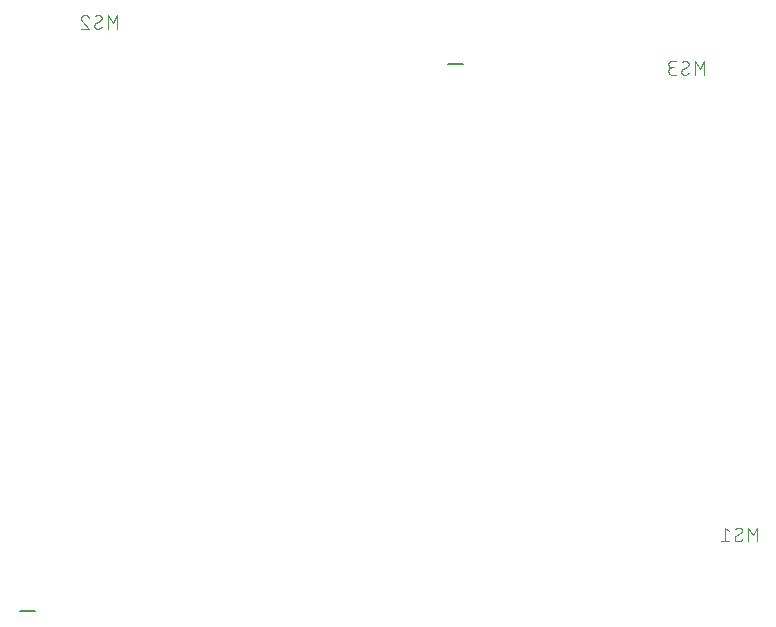
<source format=gbr>
G04 EAGLE Gerber RS-274X export*
G75*
%MOMM*%
%FSLAX34Y34*%
%LPD*%
%INSilkscreen Bottom*%
%IPPOS*%
%AMOC8*
5,1,8,0,0,1.08239X$1,22.5*%
G01*
%ADD10C,0.203200*%
%ADD11C,0.101600*%


D10*
X53350Y20490D02*
X40650Y20490D01*
X403650Y483490D02*
X416350Y483490D01*
D11*
X665191Y90992D02*
X665191Y79308D01*
X661296Y84501D02*
X665191Y90992D01*
X661296Y84501D02*
X657401Y90992D01*
X657401Y79308D01*
X648455Y79308D02*
X648356Y79310D01*
X648256Y79316D01*
X648157Y79325D01*
X648059Y79338D01*
X647961Y79355D01*
X647863Y79376D01*
X647767Y79401D01*
X647672Y79429D01*
X647578Y79461D01*
X647485Y79496D01*
X647393Y79535D01*
X647303Y79578D01*
X647215Y79623D01*
X647128Y79673D01*
X647044Y79725D01*
X646961Y79781D01*
X646881Y79839D01*
X646803Y79901D01*
X646728Y79966D01*
X646655Y80034D01*
X646585Y80104D01*
X646517Y80177D01*
X646452Y80252D01*
X646390Y80330D01*
X646332Y80410D01*
X646276Y80493D01*
X646224Y80577D01*
X646174Y80664D01*
X646129Y80752D01*
X646086Y80842D01*
X646047Y80934D01*
X646012Y81027D01*
X645980Y81121D01*
X645952Y81216D01*
X645927Y81312D01*
X645906Y81410D01*
X645889Y81508D01*
X645876Y81606D01*
X645867Y81705D01*
X645861Y81805D01*
X645859Y81904D01*
X648455Y79308D02*
X648599Y79310D01*
X648744Y79316D01*
X648888Y79325D01*
X649031Y79338D01*
X649175Y79355D01*
X649318Y79376D01*
X649460Y79401D01*
X649601Y79429D01*
X649742Y79461D01*
X649882Y79497D01*
X650021Y79536D01*
X650159Y79579D01*
X650295Y79626D01*
X650431Y79676D01*
X650565Y79730D01*
X650697Y79787D01*
X650828Y79848D01*
X650957Y79912D01*
X651085Y79980D01*
X651211Y80051D01*
X651335Y80125D01*
X651456Y80202D01*
X651576Y80283D01*
X651694Y80366D01*
X651809Y80453D01*
X651922Y80543D01*
X652033Y80636D01*
X652141Y80731D01*
X652247Y80830D01*
X652350Y80931D01*
X652024Y88396D02*
X652022Y88495D01*
X652016Y88595D01*
X652007Y88694D01*
X651994Y88792D01*
X651977Y88890D01*
X651956Y88988D01*
X651931Y89084D01*
X651903Y89179D01*
X651871Y89273D01*
X651836Y89366D01*
X651797Y89458D01*
X651754Y89548D01*
X651709Y89636D01*
X651659Y89723D01*
X651607Y89807D01*
X651551Y89890D01*
X651493Y89970D01*
X651431Y90048D01*
X651366Y90123D01*
X651298Y90196D01*
X651228Y90266D01*
X651155Y90334D01*
X651080Y90399D01*
X651002Y90461D01*
X650922Y90519D01*
X650839Y90575D01*
X650755Y90627D01*
X650668Y90677D01*
X650580Y90722D01*
X650490Y90765D01*
X650398Y90804D01*
X650305Y90839D01*
X650211Y90871D01*
X650116Y90899D01*
X650020Y90924D01*
X649922Y90945D01*
X649824Y90962D01*
X649726Y90975D01*
X649627Y90984D01*
X649527Y90990D01*
X649428Y90992D01*
X649292Y90990D01*
X649156Y90984D01*
X649020Y90975D01*
X648884Y90962D01*
X648749Y90944D01*
X648615Y90924D01*
X648481Y90899D01*
X648347Y90871D01*
X648215Y90838D01*
X648084Y90803D01*
X647953Y90763D01*
X647824Y90720D01*
X647696Y90674D01*
X647570Y90623D01*
X647444Y90570D01*
X647321Y90512D01*
X647199Y90452D01*
X647079Y90388D01*
X646960Y90320D01*
X646844Y90250D01*
X646730Y90176D01*
X646617Y90099D01*
X646507Y90018D01*
X650727Y86124D02*
X650813Y86177D01*
X650897Y86234D01*
X650979Y86293D01*
X651059Y86356D01*
X651136Y86422D01*
X651211Y86490D01*
X651283Y86562D01*
X651352Y86636D01*
X651418Y86713D01*
X651481Y86792D01*
X651541Y86874D01*
X651598Y86958D01*
X651652Y87044D01*
X651702Y87132D01*
X651749Y87222D01*
X651793Y87313D01*
X651832Y87407D01*
X651869Y87501D01*
X651901Y87597D01*
X651930Y87695D01*
X651955Y87793D01*
X651976Y87892D01*
X651994Y87992D01*
X652007Y88092D01*
X652017Y88193D01*
X652023Y88295D01*
X652025Y88396D01*
X647156Y84176D02*
X647070Y84123D01*
X646986Y84066D01*
X646904Y84007D01*
X646824Y83944D01*
X646747Y83878D01*
X646672Y83810D01*
X646600Y83738D01*
X646531Y83664D01*
X646465Y83587D01*
X646402Y83508D01*
X646342Y83426D01*
X646285Y83342D01*
X646231Y83256D01*
X646181Y83168D01*
X646134Y83078D01*
X646090Y82987D01*
X646051Y82893D01*
X646014Y82799D01*
X645982Y82703D01*
X645953Y82605D01*
X645928Y82507D01*
X645907Y82408D01*
X645889Y82308D01*
X645876Y82208D01*
X645866Y82107D01*
X645860Y82005D01*
X645858Y81904D01*
X647157Y84176D02*
X650727Y86124D01*
X641301Y88396D02*
X638055Y90992D01*
X638055Y79308D01*
X641301Y79308D02*
X634809Y79308D01*
X123191Y513308D02*
X123191Y524992D01*
X119296Y518501D01*
X115401Y524992D01*
X115401Y513308D01*
X106455Y513308D02*
X106356Y513310D01*
X106256Y513316D01*
X106157Y513325D01*
X106059Y513338D01*
X105961Y513355D01*
X105863Y513376D01*
X105767Y513401D01*
X105672Y513429D01*
X105578Y513461D01*
X105485Y513496D01*
X105393Y513535D01*
X105303Y513578D01*
X105215Y513623D01*
X105128Y513673D01*
X105044Y513725D01*
X104961Y513781D01*
X104881Y513839D01*
X104803Y513901D01*
X104728Y513966D01*
X104655Y514034D01*
X104585Y514104D01*
X104517Y514177D01*
X104452Y514252D01*
X104390Y514330D01*
X104332Y514410D01*
X104276Y514493D01*
X104224Y514577D01*
X104174Y514664D01*
X104129Y514752D01*
X104086Y514842D01*
X104047Y514934D01*
X104012Y515027D01*
X103980Y515121D01*
X103952Y515216D01*
X103927Y515312D01*
X103906Y515410D01*
X103889Y515508D01*
X103876Y515606D01*
X103867Y515705D01*
X103861Y515805D01*
X103859Y515904D01*
X106455Y513308D02*
X106599Y513310D01*
X106744Y513316D01*
X106888Y513325D01*
X107031Y513338D01*
X107175Y513355D01*
X107318Y513376D01*
X107460Y513401D01*
X107601Y513429D01*
X107742Y513461D01*
X107882Y513497D01*
X108021Y513536D01*
X108159Y513579D01*
X108295Y513626D01*
X108431Y513676D01*
X108565Y513730D01*
X108697Y513787D01*
X108828Y513848D01*
X108957Y513912D01*
X109085Y513980D01*
X109211Y514051D01*
X109335Y514125D01*
X109456Y514202D01*
X109576Y514283D01*
X109694Y514366D01*
X109809Y514453D01*
X109922Y514543D01*
X110033Y514636D01*
X110141Y514731D01*
X110247Y514830D01*
X110350Y514931D01*
X110024Y522396D02*
X110022Y522495D01*
X110016Y522595D01*
X110007Y522694D01*
X109994Y522792D01*
X109977Y522890D01*
X109956Y522988D01*
X109931Y523084D01*
X109903Y523179D01*
X109871Y523273D01*
X109836Y523366D01*
X109797Y523458D01*
X109754Y523548D01*
X109709Y523636D01*
X109659Y523723D01*
X109607Y523807D01*
X109551Y523890D01*
X109493Y523970D01*
X109431Y524048D01*
X109366Y524123D01*
X109298Y524196D01*
X109228Y524266D01*
X109155Y524334D01*
X109080Y524399D01*
X109002Y524461D01*
X108922Y524519D01*
X108839Y524575D01*
X108755Y524627D01*
X108668Y524677D01*
X108580Y524722D01*
X108490Y524765D01*
X108398Y524804D01*
X108305Y524839D01*
X108211Y524871D01*
X108116Y524899D01*
X108020Y524924D01*
X107922Y524945D01*
X107824Y524962D01*
X107726Y524975D01*
X107627Y524984D01*
X107527Y524990D01*
X107428Y524992D01*
X107292Y524990D01*
X107156Y524984D01*
X107020Y524975D01*
X106884Y524962D01*
X106749Y524944D01*
X106615Y524924D01*
X106481Y524899D01*
X106347Y524871D01*
X106215Y524838D01*
X106084Y524803D01*
X105953Y524763D01*
X105824Y524720D01*
X105696Y524674D01*
X105570Y524623D01*
X105444Y524570D01*
X105321Y524512D01*
X105199Y524452D01*
X105079Y524388D01*
X104960Y524320D01*
X104844Y524250D01*
X104730Y524176D01*
X104617Y524099D01*
X104507Y524018D01*
X108727Y520124D02*
X108813Y520177D01*
X108897Y520234D01*
X108979Y520293D01*
X109059Y520356D01*
X109136Y520422D01*
X109211Y520490D01*
X109283Y520562D01*
X109352Y520636D01*
X109418Y520713D01*
X109481Y520792D01*
X109541Y520874D01*
X109598Y520958D01*
X109652Y521044D01*
X109702Y521132D01*
X109749Y521222D01*
X109793Y521313D01*
X109832Y521407D01*
X109869Y521501D01*
X109901Y521597D01*
X109930Y521695D01*
X109955Y521793D01*
X109976Y521892D01*
X109994Y521992D01*
X110007Y522092D01*
X110017Y522193D01*
X110023Y522295D01*
X110025Y522396D01*
X105156Y518176D02*
X105070Y518123D01*
X104986Y518066D01*
X104904Y518007D01*
X104824Y517944D01*
X104747Y517878D01*
X104672Y517810D01*
X104600Y517738D01*
X104531Y517664D01*
X104465Y517587D01*
X104402Y517508D01*
X104342Y517426D01*
X104285Y517342D01*
X104231Y517256D01*
X104181Y517168D01*
X104134Y517078D01*
X104090Y516987D01*
X104051Y516893D01*
X104014Y516799D01*
X103982Y516703D01*
X103953Y516605D01*
X103928Y516507D01*
X103907Y516408D01*
X103889Y516308D01*
X103876Y516208D01*
X103866Y516107D01*
X103860Y516005D01*
X103858Y515904D01*
X105157Y518176D02*
X108727Y520124D01*
X95730Y524992D02*
X95623Y524990D01*
X95517Y524984D01*
X95411Y524974D01*
X95305Y524961D01*
X95199Y524943D01*
X95095Y524922D01*
X94991Y524897D01*
X94888Y524868D01*
X94787Y524836D01*
X94687Y524799D01*
X94588Y524759D01*
X94490Y524716D01*
X94394Y524669D01*
X94300Y524618D01*
X94208Y524564D01*
X94118Y524507D01*
X94030Y524447D01*
X93945Y524383D01*
X93862Y524316D01*
X93781Y524246D01*
X93703Y524174D01*
X93627Y524098D01*
X93555Y524020D01*
X93485Y523939D01*
X93418Y523856D01*
X93354Y523771D01*
X93294Y523683D01*
X93237Y523593D01*
X93183Y523501D01*
X93132Y523407D01*
X93085Y523311D01*
X93042Y523213D01*
X93002Y523114D01*
X92965Y523014D01*
X92933Y522913D01*
X92904Y522810D01*
X92879Y522706D01*
X92858Y522602D01*
X92840Y522496D01*
X92827Y522390D01*
X92817Y522284D01*
X92811Y522178D01*
X92809Y522071D01*
X95730Y524992D02*
X95851Y524990D01*
X95972Y524984D01*
X96092Y524974D01*
X96213Y524961D01*
X96332Y524943D01*
X96452Y524922D01*
X96570Y524897D01*
X96687Y524868D01*
X96804Y524835D01*
X96919Y524799D01*
X97033Y524758D01*
X97146Y524715D01*
X97258Y524667D01*
X97367Y524616D01*
X97475Y524561D01*
X97582Y524503D01*
X97686Y524442D01*
X97788Y524377D01*
X97888Y524309D01*
X97986Y524238D01*
X98082Y524164D01*
X98175Y524087D01*
X98265Y524006D01*
X98353Y523923D01*
X98438Y523837D01*
X98521Y523748D01*
X98600Y523657D01*
X98677Y523563D01*
X98750Y523467D01*
X98820Y523369D01*
X98887Y523268D01*
X98951Y523165D01*
X99012Y523060D01*
X99069Y522953D01*
X99122Y522845D01*
X99172Y522735D01*
X99218Y522623D01*
X99261Y522510D01*
X99300Y522395D01*
X93784Y519799D02*
X93705Y519877D01*
X93629Y519957D01*
X93556Y520040D01*
X93486Y520126D01*
X93419Y520213D01*
X93355Y520304D01*
X93295Y520396D01*
X93237Y520490D01*
X93183Y520587D01*
X93133Y520685D01*
X93086Y520785D01*
X93042Y520886D01*
X93002Y520989D01*
X92966Y521094D01*
X92934Y521199D01*
X92905Y521306D01*
X92880Y521413D01*
X92858Y521522D01*
X92841Y521631D01*
X92827Y521740D01*
X92818Y521850D01*
X92812Y521961D01*
X92810Y522071D01*
X93783Y519799D02*
X99301Y513308D01*
X92809Y513308D01*
X620191Y485992D02*
X620191Y474308D01*
X616296Y479501D02*
X620191Y485992D01*
X616296Y479501D02*
X612401Y485992D01*
X612401Y474308D01*
X603455Y474308D02*
X603356Y474310D01*
X603256Y474316D01*
X603157Y474325D01*
X603059Y474338D01*
X602961Y474355D01*
X602863Y474376D01*
X602767Y474401D01*
X602672Y474429D01*
X602578Y474461D01*
X602485Y474496D01*
X602393Y474535D01*
X602303Y474578D01*
X602215Y474623D01*
X602128Y474673D01*
X602044Y474725D01*
X601961Y474781D01*
X601881Y474839D01*
X601803Y474901D01*
X601728Y474966D01*
X601655Y475034D01*
X601585Y475104D01*
X601517Y475177D01*
X601452Y475252D01*
X601390Y475330D01*
X601332Y475410D01*
X601276Y475493D01*
X601224Y475577D01*
X601174Y475664D01*
X601129Y475752D01*
X601086Y475842D01*
X601047Y475934D01*
X601012Y476027D01*
X600980Y476121D01*
X600952Y476216D01*
X600927Y476312D01*
X600906Y476410D01*
X600889Y476508D01*
X600876Y476606D01*
X600867Y476705D01*
X600861Y476805D01*
X600859Y476904D01*
X603455Y474308D02*
X603599Y474310D01*
X603744Y474316D01*
X603888Y474325D01*
X604031Y474338D01*
X604175Y474355D01*
X604318Y474376D01*
X604460Y474401D01*
X604601Y474429D01*
X604742Y474461D01*
X604882Y474497D01*
X605021Y474536D01*
X605159Y474579D01*
X605295Y474626D01*
X605431Y474676D01*
X605565Y474730D01*
X605697Y474787D01*
X605828Y474848D01*
X605957Y474912D01*
X606085Y474980D01*
X606211Y475051D01*
X606335Y475125D01*
X606456Y475202D01*
X606576Y475283D01*
X606694Y475366D01*
X606809Y475453D01*
X606922Y475543D01*
X607033Y475636D01*
X607141Y475731D01*
X607247Y475830D01*
X607350Y475931D01*
X607024Y483396D02*
X607022Y483495D01*
X607016Y483595D01*
X607007Y483694D01*
X606994Y483792D01*
X606977Y483890D01*
X606956Y483988D01*
X606931Y484084D01*
X606903Y484179D01*
X606871Y484273D01*
X606836Y484366D01*
X606797Y484458D01*
X606754Y484548D01*
X606709Y484636D01*
X606659Y484723D01*
X606607Y484807D01*
X606551Y484890D01*
X606493Y484970D01*
X606431Y485048D01*
X606366Y485123D01*
X606298Y485196D01*
X606228Y485266D01*
X606155Y485334D01*
X606080Y485399D01*
X606002Y485461D01*
X605922Y485519D01*
X605839Y485575D01*
X605755Y485627D01*
X605668Y485677D01*
X605580Y485722D01*
X605490Y485765D01*
X605398Y485804D01*
X605305Y485839D01*
X605211Y485871D01*
X605116Y485899D01*
X605020Y485924D01*
X604922Y485945D01*
X604824Y485962D01*
X604726Y485975D01*
X604627Y485984D01*
X604527Y485990D01*
X604428Y485992D01*
X604292Y485990D01*
X604156Y485984D01*
X604020Y485975D01*
X603884Y485962D01*
X603749Y485944D01*
X603615Y485924D01*
X603481Y485899D01*
X603347Y485871D01*
X603215Y485838D01*
X603084Y485803D01*
X602953Y485763D01*
X602824Y485720D01*
X602696Y485674D01*
X602570Y485623D01*
X602444Y485570D01*
X602321Y485512D01*
X602199Y485452D01*
X602079Y485388D01*
X601960Y485320D01*
X601844Y485250D01*
X601730Y485176D01*
X601617Y485099D01*
X601507Y485018D01*
X605727Y481124D02*
X605813Y481177D01*
X605897Y481234D01*
X605979Y481293D01*
X606059Y481356D01*
X606136Y481422D01*
X606211Y481490D01*
X606283Y481562D01*
X606352Y481636D01*
X606418Y481713D01*
X606481Y481792D01*
X606541Y481874D01*
X606598Y481958D01*
X606652Y482044D01*
X606702Y482132D01*
X606749Y482222D01*
X606793Y482313D01*
X606832Y482407D01*
X606869Y482501D01*
X606901Y482597D01*
X606930Y482695D01*
X606955Y482793D01*
X606976Y482892D01*
X606994Y482992D01*
X607007Y483092D01*
X607017Y483193D01*
X607023Y483295D01*
X607025Y483396D01*
X602156Y479176D02*
X602070Y479123D01*
X601986Y479066D01*
X601904Y479007D01*
X601824Y478944D01*
X601747Y478878D01*
X601672Y478810D01*
X601600Y478738D01*
X601531Y478664D01*
X601465Y478587D01*
X601402Y478508D01*
X601342Y478426D01*
X601285Y478342D01*
X601231Y478256D01*
X601181Y478168D01*
X601134Y478078D01*
X601090Y477987D01*
X601051Y477893D01*
X601014Y477799D01*
X600982Y477703D01*
X600953Y477605D01*
X600928Y477507D01*
X600907Y477408D01*
X600889Y477308D01*
X600876Y477208D01*
X600866Y477107D01*
X600860Y477005D01*
X600858Y476904D01*
X602157Y479176D02*
X605727Y481124D01*
X596301Y474308D02*
X593055Y474308D01*
X592942Y474310D01*
X592829Y474316D01*
X592716Y474326D01*
X592603Y474340D01*
X592491Y474357D01*
X592380Y474379D01*
X592270Y474404D01*
X592160Y474434D01*
X592052Y474467D01*
X591945Y474504D01*
X591839Y474544D01*
X591735Y474589D01*
X591632Y474637D01*
X591531Y474688D01*
X591432Y474743D01*
X591335Y474801D01*
X591240Y474863D01*
X591147Y474928D01*
X591057Y474996D01*
X590969Y475067D01*
X590883Y475142D01*
X590800Y475219D01*
X590720Y475299D01*
X590643Y475382D01*
X590568Y475468D01*
X590497Y475556D01*
X590429Y475646D01*
X590364Y475739D01*
X590302Y475834D01*
X590244Y475931D01*
X590189Y476030D01*
X590138Y476131D01*
X590090Y476234D01*
X590045Y476338D01*
X590005Y476444D01*
X589968Y476551D01*
X589935Y476659D01*
X589905Y476769D01*
X589880Y476879D01*
X589858Y476990D01*
X589841Y477102D01*
X589827Y477215D01*
X589817Y477328D01*
X589811Y477441D01*
X589809Y477554D01*
X589811Y477667D01*
X589817Y477780D01*
X589827Y477893D01*
X589841Y478006D01*
X589858Y478118D01*
X589880Y478229D01*
X589905Y478339D01*
X589935Y478449D01*
X589968Y478557D01*
X590005Y478664D01*
X590045Y478770D01*
X590090Y478874D01*
X590138Y478977D01*
X590189Y479078D01*
X590244Y479177D01*
X590302Y479274D01*
X590364Y479369D01*
X590429Y479462D01*
X590497Y479552D01*
X590568Y479640D01*
X590643Y479726D01*
X590720Y479809D01*
X590800Y479889D01*
X590883Y479966D01*
X590969Y480041D01*
X591057Y480112D01*
X591147Y480180D01*
X591240Y480245D01*
X591335Y480307D01*
X591432Y480365D01*
X591531Y480420D01*
X591632Y480471D01*
X591735Y480519D01*
X591839Y480564D01*
X591945Y480604D01*
X592052Y480641D01*
X592160Y480674D01*
X592270Y480704D01*
X592380Y480729D01*
X592491Y480751D01*
X592603Y480768D01*
X592716Y480782D01*
X592829Y480792D01*
X592942Y480798D01*
X593055Y480800D01*
X592406Y485992D02*
X596301Y485992D01*
X592406Y485992D02*
X592305Y485990D01*
X592205Y485984D01*
X592105Y485974D01*
X592005Y485961D01*
X591906Y485943D01*
X591807Y485922D01*
X591710Y485897D01*
X591613Y485868D01*
X591518Y485835D01*
X591424Y485799D01*
X591332Y485759D01*
X591241Y485716D01*
X591152Y485669D01*
X591065Y485619D01*
X590979Y485565D01*
X590896Y485508D01*
X590816Y485448D01*
X590737Y485385D01*
X590661Y485318D01*
X590588Y485249D01*
X590518Y485177D01*
X590450Y485103D01*
X590385Y485026D01*
X590324Y484946D01*
X590265Y484864D01*
X590210Y484780D01*
X590158Y484694D01*
X590109Y484606D01*
X590064Y484516D01*
X590022Y484424D01*
X589984Y484331D01*
X589950Y484236D01*
X589919Y484141D01*
X589892Y484044D01*
X589869Y483946D01*
X589849Y483847D01*
X589834Y483747D01*
X589822Y483647D01*
X589814Y483547D01*
X589810Y483446D01*
X589810Y483346D01*
X589814Y483245D01*
X589822Y483145D01*
X589834Y483045D01*
X589849Y482945D01*
X589869Y482846D01*
X589892Y482748D01*
X589919Y482651D01*
X589950Y482556D01*
X589984Y482461D01*
X590022Y482368D01*
X590064Y482276D01*
X590109Y482186D01*
X590158Y482098D01*
X590210Y482012D01*
X590265Y481928D01*
X590324Y481846D01*
X590385Y481766D01*
X590450Y481689D01*
X590518Y481615D01*
X590588Y481543D01*
X590661Y481474D01*
X590737Y481407D01*
X590816Y481344D01*
X590896Y481284D01*
X590979Y481227D01*
X591065Y481173D01*
X591152Y481123D01*
X591241Y481076D01*
X591332Y481033D01*
X591424Y480993D01*
X591518Y480957D01*
X591613Y480924D01*
X591710Y480895D01*
X591807Y480870D01*
X591906Y480849D01*
X592005Y480831D01*
X592105Y480818D01*
X592205Y480808D01*
X592305Y480802D01*
X592406Y480800D01*
X592406Y480799D02*
X595002Y480799D01*
M02*

</source>
